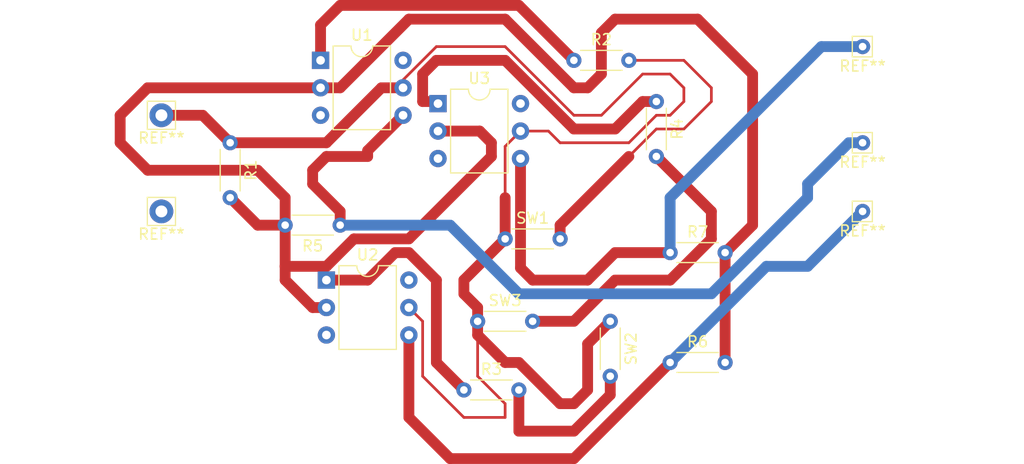
<source format=kicad_pcb>
(kicad_pcb (version 20171130) (host pcbnew "(5.1.4)-1")

  (general
    (thickness 1.6)
    (drawings 0)
    (tracks 141)
    (zones 0)
    (modules 18)
    (nets 18)
  )

  (page A4)
  (layers
    (0 F.Cu signal)
    (31 B.Cu signal)
    (32 B.Adhes user)
    (33 F.Adhes user)
    (34 B.Paste user)
    (35 F.Paste user)
    (36 B.SilkS user)
    (37 F.SilkS user)
    (38 B.Mask user)
    (39 F.Mask user)
    (40 Dwgs.User user)
    (41 Cmts.User user)
    (42 Eco1.User user)
    (43 Eco2.User user)
    (44 Edge.Cuts user)
    (45 Margin user)
    (46 B.CrtYd user)
    (47 F.CrtYd user)
    (48 B.Fab user)
    (49 F.Fab user)
  )

  (setup
    (last_trace_width 0.25)
    (user_trace_width 1)
    (trace_clearance 0.2)
    (zone_clearance 0.508)
    (zone_45_only no)
    (trace_min 0.2)
    (via_size 0.8)
    (via_drill 0.4)
    (via_min_size 0.4)
    (via_min_drill 0.3)
    (uvia_size 0.3)
    (uvia_drill 0.1)
    (uvias_allowed no)
    (uvia_min_size 0.2)
    (uvia_min_drill 0.1)
    (edge_width 0.05)
    (segment_width 0.2)
    (pcb_text_width 0.3)
    (pcb_text_size 1.5 1.5)
    (mod_edge_width 0.12)
    (mod_text_size 1 1)
    (mod_text_width 0.15)
    (pad_size 1.524 1.524)
    (pad_drill 0.762)
    (pad_to_mask_clearance 0.051)
    (solder_mask_min_width 0.25)
    (aux_axis_origin 0 0)
    (visible_elements 7FFFFFFF)
    (pcbplotparams
      (layerselection 0x010fc_ffffffff)
      (usegerberextensions false)
      (usegerberattributes false)
      (usegerberadvancedattributes false)
      (creategerberjobfile false)
      (excludeedgelayer true)
      (linewidth 0.100000)
      (plotframeref false)
      (viasonmask false)
      (mode 1)
      (useauxorigin false)
      (hpglpennumber 1)
      (hpglpenspeed 20)
      (hpglpendiameter 15.000000)
      (psnegative false)
      (psa4output false)
      (plotreference true)
      (plotvalue true)
      (plotinvisibletext false)
      (padsonsilk false)
      (subtractmaskfromsilk false)
      (outputformat 1)
      (mirror false)
      (drillshape 1)
      (scaleselection 1)
      (outputdirectory ""))
  )

  (net 0 "")
  (net 1 Earth)
  (net 2 VDC)
  (net 3 "Net-(R2-Pad2)")
  (net 4 "Net-(R2-Pad1)")
  (net 5 "Net-(R3-Pad2)")
  (net 6 "Net-(R3-Pad1)")
  (net 7 "Net-(R4-Pad2)")
  (net 8 "Net-(R4-Pad1)")
  (net 9 "Net-(R5-Pad1)")
  (net 10 "Net-(R6-Pad1)")
  (net 11 "Net-(R7-Pad1)")
  (net 12 "Net-(U1-Pad6)")
  (net 13 "Net-(U1-Pad3)")
  (net 14 "Net-(U2-Pad6)")
  (net 15 "Net-(U2-Pad3)")
  (net 16 "Net-(U3-Pad6)")
  (net 17 "Net-(U3-Pad3)")

  (net_class Default "Esta es la clase de red por defecto."
    (clearance 0.2)
    (trace_width 0.25)
    (via_dia 0.8)
    (via_drill 0.4)
    (uvia_dia 0.3)
    (uvia_drill 0.1)
    (add_net Earth)
    (add_net "Net-(R2-Pad1)")
    (add_net "Net-(R2-Pad2)")
    (add_net "Net-(R3-Pad1)")
    (add_net "Net-(R3-Pad2)")
    (add_net "Net-(R4-Pad1)")
    (add_net "Net-(R4-Pad2)")
    (add_net "Net-(R5-Pad1)")
    (add_net "Net-(R6-Pad1)")
    (add_net "Net-(R7-Pad1)")
    (add_net "Net-(U1-Pad3)")
    (add_net "Net-(U1-Pad6)")
    (add_net "Net-(U2-Pad3)")
    (add_net "Net-(U2-Pad6)")
    (add_net "Net-(U3-Pad3)")
    (add_net "Net-(U3-Pad6)")
    (add_net VDC)
  )

  (module Connector_Pin:Pin_D0.7mm_L6.5mm_W1.8mm_FlatFork (layer F.Cu) (tedit 5A1DC084) (tstamp 5DA03E0A)
    (at 181.61 92.71)
    (descr "solder Pin_ with flat fork, hole diameter 0.7mm, length 6.5mm, width 1.8mm")
    (tags "solder Pin_ with flat fork")
    (fp_text reference REF** (at 0 1.8) (layer F.SilkS)
      (effects (font (size 1 1) (thickness 0.15)))
    )
    (fp_text value Pin_D0.7mm_L6.5mm_W1.8mm_FlatFork (at 0 -1.8) (layer F.Fab)
      (effects (font (size 1 1) (thickness 0.15)))
    )
    (fp_line (start 1.35 1.2) (end -1.4 1.2) (layer F.CrtYd) (width 0.05))
    (fp_line (start 1.35 1.2) (end 1.35 -1.2) (layer F.CrtYd) (width 0.05))
    (fp_line (start -1.4 -1.2) (end -1.4 1.2) (layer F.CrtYd) (width 0.05))
    (fp_line (start -1.4 -1.2) (end 1.35 -1.2) (layer F.CrtYd) (width 0.05))
    (fp_line (start -0.9 0.25) (end -0.9 -0.25) (layer F.Fab) (width 0.12))
    (fp_line (start 0.85 0.25) (end -0.9 0.25) (layer F.Fab) (width 0.12))
    (fp_line (start 0.85 -0.25) (end 0.85 0.25) (layer F.Fab) (width 0.12))
    (fp_line (start -0.9 -0.25) (end 0.85 -0.25) (layer F.Fab) (width 0.12))
    (fp_line (start 0.9 -0.95) (end -0.95 -0.95) (layer F.SilkS) (width 0.12))
    (fp_line (start 0.9 -0.9) (end 0.9 -0.95) (layer F.SilkS) (width 0.12))
    (fp_line (start 0.9 0.95) (end 0.9 -0.9) (layer F.SilkS) (width 0.12))
    (fp_line (start -0.95 0.95) (end 0.9 0.95) (layer F.SilkS) (width 0.12))
    (fp_line (start -0.95 -0.95) (end -0.95 0.95) (layer F.SilkS) (width 0.12))
    (fp_text user %R (at 0 1.8) (layer F.Fab)
      (effects (font (size 1 1) (thickness 0.15)))
    )
    (pad 1 thru_hole circle (at 0 0) (size 1.4 1.4) (drill 0.7) (layers *.Cu *.Mask))
    (model ${KISYS3DMOD}/Connector_Pin.3dshapes/Pin_D0.7mm_L6.5mm_W1.8mm_FlatFork.wrl
      (at (xyz 0 0 0))
      (scale (xyz 1 1 1))
      (rotate (xyz 0 0 0))
    )
  )

  (module Connector_Pin:Pin_D0.7mm_L6.5mm_W1.8mm_FlatFork (layer F.Cu) (tedit 5A1DC084) (tstamp 5DA03DC1)
    (at 181.61 86.36)
    (descr "solder Pin_ with flat fork, hole diameter 0.7mm, length 6.5mm, width 1.8mm")
    (tags "solder Pin_ with flat fork")
    (fp_text reference REF** (at 0 1.8) (layer F.SilkS)
      (effects (font (size 1 1) (thickness 0.15)))
    )
    (fp_text value Pin_D0.7mm_L6.5mm_W1.8mm_FlatFork (at 0 -1.8) (layer F.Fab)
      (effects (font (size 1 1) (thickness 0.15)))
    )
    (fp_line (start 1.35 1.2) (end -1.4 1.2) (layer F.CrtYd) (width 0.05))
    (fp_line (start 1.35 1.2) (end 1.35 -1.2) (layer F.CrtYd) (width 0.05))
    (fp_line (start -1.4 -1.2) (end -1.4 1.2) (layer F.CrtYd) (width 0.05))
    (fp_line (start -1.4 -1.2) (end 1.35 -1.2) (layer F.CrtYd) (width 0.05))
    (fp_line (start -0.9 0.25) (end -0.9 -0.25) (layer F.Fab) (width 0.12))
    (fp_line (start 0.85 0.25) (end -0.9 0.25) (layer F.Fab) (width 0.12))
    (fp_line (start 0.85 -0.25) (end 0.85 0.25) (layer F.Fab) (width 0.12))
    (fp_line (start -0.9 -0.25) (end 0.85 -0.25) (layer F.Fab) (width 0.12))
    (fp_line (start 0.9 -0.95) (end -0.95 -0.95) (layer F.SilkS) (width 0.12))
    (fp_line (start 0.9 -0.9) (end 0.9 -0.95) (layer F.SilkS) (width 0.12))
    (fp_line (start 0.9 0.95) (end 0.9 -0.9) (layer F.SilkS) (width 0.12))
    (fp_line (start -0.95 0.95) (end 0.9 0.95) (layer F.SilkS) (width 0.12))
    (fp_line (start -0.95 -0.95) (end -0.95 0.95) (layer F.SilkS) (width 0.12))
    (fp_text user %R (at 0 1.8) (layer F.Fab)
      (effects (font (size 1 1) (thickness 0.15)))
    )
    (pad 1 thru_hole circle (at 0 0) (size 1.4 1.4) (drill 0.7) (layers *.Cu *.Mask))
    (model ${KISYS3DMOD}/Connector_Pin.3dshapes/Pin_D0.7mm_L6.5mm_W1.8mm_FlatFork.wrl
      (at (xyz 0 0 0))
      (scale (xyz 1 1 1))
      (rotate (xyz 0 0 0))
    )
  )

  (module Connector_Pin:Pin_D0.7mm_L6.5mm_W1.8mm_FlatFork (layer F.Cu) (tedit 5A1DC084) (tstamp 5DA03D78)
    (at 181.61 77.47)
    (descr "solder Pin_ with flat fork, hole diameter 0.7mm, length 6.5mm, width 1.8mm")
    (tags "solder Pin_ with flat fork")
    (fp_text reference REF** (at 0 1.8) (layer F.SilkS)
      (effects (font (size 1 1) (thickness 0.15)))
    )
    (fp_text value Pin_D0.7mm_L6.5mm_W1.8mm_FlatFork (at 0 -1.8) (layer F.Fab)
      (effects (font (size 1 1) (thickness 0.15)))
    )
    (fp_line (start 1.35 1.2) (end -1.4 1.2) (layer F.CrtYd) (width 0.05))
    (fp_line (start 1.35 1.2) (end 1.35 -1.2) (layer F.CrtYd) (width 0.05))
    (fp_line (start -1.4 -1.2) (end -1.4 1.2) (layer F.CrtYd) (width 0.05))
    (fp_line (start -1.4 -1.2) (end 1.35 -1.2) (layer F.CrtYd) (width 0.05))
    (fp_line (start -0.9 0.25) (end -0.9 -0.25) (layer F.Fab) (width 0.12))
    (fp_line (start 0.85 0.25) (end -0.9 0.25) (layer F.Fab) (width 0.12))
    (fp_line (start 0.85 -0.25) (end 0.85 0.25) (layer F.Fab) (width 0.12))
    (fp_line (start -0.9 -0.25) (end 0.85 -0.25) (layer F.Fab) (width 0.12))
    (fp_line (start 0.9 -0.95) (end -0.95 -0.95) (layer F.SilkS) (width 0.12))
    (fp_line (start 0.9 -0.9) (end 0.9 -0.95) (layer F.SilkS) (width 0.12))
    (fp_line (start 0.9 0.95) (end 0.9 -0.9) (layer F.SilkS) (width 0.12))
    (fp_line (start -0.95 0.95) (end 0.9 0.95) (layer F.SilkS) (width 0.12))
    (fp_line (start -0.95 -0.95) (end -0.95 0.95) (layer F.SilkS) (width 0.12))
    (fp_text user %R (at 0 1.8) (layer F.Fab)
      (effects (font (size 1 1) (thickness 0.15)))
    )
    (pad 1 thru_hole circle (at 0 0) (size 1.4 1.4) (drill 0.7) (layers *.Cu *.Mask))
    (model ${KISYS3DMOD}/Connector_Pin.3dshapes/Pin_D0.7mm_L6.5mm_W1.8mm_FlatFork.wrl
      (at (xyz 0 0 0))
      (scale (xyz 1 1 1))
      (rotate (xyz 0 0 0))
    )
  )

  (module Connector_Pin:Pin_D1.1mm_L8.5mm_W2.5mm_FlatFork (layer F.Cu) (tedit 5A1DC085) (tstamp 5DA03CB9)
    (at 116.84 92.71)
    (descr "solder Pin_ with flat fork, hole diameter 1.1mm, length 8.5mm, width 2.5mm")
    (tags "solder Pin_ with flat fork")
    (fp_text reference REF** (at 0 2.1) (layer F.SilkS)
      (effects (font (size 1 1) (thickness 0.15)))
    )
    (fp_text value Pin_D1.1mm_L8.5mm_W2.5mm_FlatFork (at 0 -2.05) (layer F.Fab)
      (effects (font (size 1 1) (thickness 0.15)))
    )
    (fp_line (start 1.75 1.6) (end -1.75 1.6) (layer F.CrtYd) (width 0.05))
    (fp_line (start 1.75 1.6) (end 1.75 -1.6) (layer F.CrtYd) (width 0.05))
    (fp_line (start -1.75 -1.6) (end -1.75 1.6) (layer F.CrtYd) (width 0.05))
    (fp_line (start -1.75 -1.6) (end 1.75 -1.6) (layer F.CrtYd) (width 0.05))
    (fp_line (start 1.25 -0.25) (end -1.25 -0.25) (layer F.Fab) (width 0.12))
    (fp_line (start 1.25 0.25) (end 1.25 -0.25) (layer F.Fab) (width 0.12))
    (fp_line (start -1.25 0.25) (end 1.25 0.25) (layer F.Fab) (width 0.12))
    (fp_line (start -1.25 -0.25) (end -1.25 0.25) (layer F.Fab) (width 0.12))
    (fp_line (start -1.3 1.3) (end 1.3 1.3) (layer F.SilkS) (width 0.12))
    (fp_line (start 1.3 -1.3) (end 1.3 1.3) (layer F.SilkS) (width 0.12))
    (fp_line (start -1.3 -1.3) (end 1.3 -1.3) (layer F.SilkS) (width 0.12))
    (fp_line (start -1.3 1.3) (end -1.3 -1.3) (layer F.SilkS) (width 0.12))
    (fp_text user %R (at 0 2.1) (layer F.Fab)
      (effects (font (size 1 1) (thickness 0.15)))
    )
    (pad 1 thru_hole circle (at 0 0) (size 2.2 2.2) (drill 1.1) (layers *.Cu *.Mask))
    (model ${KISYS3DMOD}/Connector_Pin.3dshapes/Pin_D1.1mm_L8.5mm_W2.5mm_FlatFork.wrl
      (at (xyz 0 0 0))
      (scale (xyz 1 1 1))
      (rotate (xyz 0 0 0))
    )
  )

  (module Connector_Pin:Pin_D1.1mm_L8.5mm_W2.5mm_FlatFork (layer F.Cu) (tedit 5A1DC085) (tstamp 5DA03C74)
    (at 116.84 83.82)
    (descr "solder Pin_ with flat fork, hole diameter 1.1mm, length 8.5mm, width 2.5mm")
    (tags "solder Pin_ with flat fork")
    (fp_text reference REF** (at 0 2.1) (layer F.SilkS)
      (effects (font (size 1 1) (thickness 0.15)))
    )
    (fp_text value Pin_D1.1mm_L8.5mm_W2.5mm_FlatFork (at 0 -2.05) (layer F.Fab)
      (effects (font (size 1 1) (thickness 0.15)))
    )
    (fp_line (start 1.75 1.6) (end -1.75 1.6) (layer F.CrtYd) (width 0.05))
    (fp_line (start 1.75 1.6) (end 1.75 -1.6) (layer F.CrtYd) (width 0.05))
    (fp_line (start -1.75 -1.6) (end -1.75 1.6) (layer F.CrtYd) (width 0.05))
    (fp_line (start -1.75 -1.6) (end 1.75 -1.6) (layer F.CrtYd) (width 0.05))
    (fp_line (start 1.25 -0.25) (end -1.25 -0.25) (layer F.Fab) (width 0.12))
    (fp_line (start 1.25 0.25) (end 1.25 -0.25) (layer F.Fab) (width 0.12))
    (fp_line (start -1.25 0.25) (end 1.25 0.25) (layer F.Fab) (width 0.12))
    (fp_line (start -1.25 -0.25) (end -1.25 0.25) (layer F.Fab) (width 0.12))
    (fp_line (start -1.3 1.3) (end 1.3 1.3) (layer F.SilkS) (width 0.12))
    (fp_line (start 1.3 -1.3) (end 1.3 1.3) (layer F.SilkS) (width 0.12))
    (fp_line (start -1.3 -1.3) (end 1.3 -1.3) (layer F.SilkS) (width 0.12))
    (fp_line (start -1.3 1.3) (end -1.3 -1.3) (layer F.SilkS) (width 0.12))
    (fp_text user %R (at 0 2.1) (layer F.Fab)
      (effects (font (size 1 1) (thickness 0.15)))
    )
    (pad 1 thru_hole circle (at 0 0) (size 2.2 2.2) (drill 1.1) (layers *.Cu *.Mask))
    (model ${KISYS3DMOD}/Connector_Pin.3dshapes/Pin_D1.1mm_L8.5mm_W2.5mm_FlatFork.wrl
      (at (xyz 0 0 0))
      (scale (xyz 1 1 1))
      (rotate (xyz 0 0 0))
    )
  )

  (module Package_DIP:DIP-6_W7.62mm (layer F.Cu) (tedit 5A02E8C5) (tstamp 5DA03A93)
    (at 142.39 82.74)
    (descr "6-lead though-hole mounted DIP package, row spacing 7.62 mm (300 mils)")
    (tags "THT DIP DIL PDIP 2.54mm 7.62mm 300mil")
    (path /5DA025DA)
    (fp_text reference U3 (at 3.81 -2.33) (layer F.SilkS)
      (effects (font (size 1 1) (thickness 0.15)))
    )
    (fp_text value 4N25 (at 3.81 7.41) (layer F.Fab)
      (effects (font (size 1 1) (thickness 0.15)))
    )
    (fp_text user %R (at 3.81 2.54) (layer F.Fab)
      (effects (font (size 1 1) (thickness 0.15)))
    )
    (fp_line (start 8.7 -1.55) (end -1.1 -1.55) (layer F.CrtYd) (width 0.05))
    (fp_line (start 8.7 6.6) (end 8.7 -1.55) (layer F.CrtYd) (width 0.05))
    (fp_line (start -1.1 6.6) (end 8.7 6.6) (layer F.CrtYd) (width 0.05))
    (fp_line (start -1.1 -1.55) (end -1.1 6.6) (layer F.CrtYd) (width 0.05))
    (fp_line (start 6.46 -1.33) (end 4.81 -1.33) (layer F.SilkS) (width 0.12))
    (fp_line (start 6.46 6.41) (end 6.46 -1.33) (layer F.SilkS) (width 0.12))
    (fp_line (start 1.16 6.41) (end 6.46 6.41) (layer F.SilkS) (width 0.12))
    (fp_line (start 1.16 -1.33) (end 1.16 6.41) (layer F.SilkS) (width 0.12))
    (fp_line (start 2.81 -1.33) (end 1.16 -1.33) (layer F.SilkS) (width 0.12))
    (fp_line (start 0.635 -0.27) (end 1.635 -1.27) (layer F.Fab) (width 0.1))
    (fp_line (start 0.635 6.35) (end 0.635 -0.27) (layer F.Fab) (width 0.1))
    (fp_line (start 6.985 6.35) (end 0.635 6.35) (layer F.Fab) (width 0.1))
    (fp_line (start 6.985 -1.27) (end 6.985 6.35) (layer F.Fab) (width 0.1))
    (fp_line (start 1.635 -1.27) (end 6.985 -1.27) (layer F.Fab) (width 0.1))
    (fp_arc (start 3.81 -1.33) (end 2.81 -1.33) (angle -180) (layer F.SilkS) (width 0.12))
    (pad 6 thru_hole oval (at 7.62 0) (size 1.6 1.6) (drill 0.8) (layers *.Cu *.Mask)
      (net 16 "Net-(U3-Pad6)"))
    (pad 3 thru_hole oval (at 0 5.08) (size 1.6 1.6) (drill 0.8) (layers *.Cu *.Mask)
      (net 17 "Net-(U3-Pad3)"))
    (pad 5 thru_hole oval (at 7.62 2.54) (size 1.6 1.6) (drill 0.8) (layers *.Cu *.Mask)
      (net 2 VDC))
    (pad 2 thru_hole oval (at 0 2.54) (size 1.6 1.6) (drill 0.8) (layers *.Cu *.Mask)
      (net 1 Earth))
    (pad 4 thru_hole oval (at 7.62 5.08) (size 1.6 1.6) (drill 0.8) (layers *.Cu *.Mask)
      (net 11 "Net-(R7-Pad1)"))
    (pad 1 thru_hole rect (at 0 0) (size 1.6 1.6) (drill 0.8) (layers *.Cu *.Mask)
      (net 8 "Net-(R4-Pad1)"))
    (model ${KISYS3DMOD}/Package_DIP.3dshapes/DIP-6_W7.62mm.wrl
      (at (xyz 0 0 0))
      (scale (xyz 1 1 1))
      (rotate (xyz 0 0 0))
    )
  )

  (module Package_DIP:DIP-6_W7.62mm (layer F.Cu) (tedit 5A02E8C5) (tstamp 5DA03A79)
    (at 132.08 99.06)
    (descr "6-lead though-hole mounted DIP package, row spacing 7.62 mm (300 mils)")
    (tags "THT DIP DIL PDIP 2.54mm 7.62mm 300mil")
    (path /5DA02168)
    (fp_text reference U2 (at 3.81 -2.33) (layer F.SilkS)
      (effects (font (size 1 1) (thickness 0.15)))
    )
    (fp_text value 4N25 (at 3.81 7.41) (layer F.Fab)
      (effects (font (size 1 1) (thickness 0.15)))
    )
    (fp_text user %R (at 3.81 2.54) (layer F.Fab)
      (effects (font (size 1 1) (thickness 0.15)))
    )
    (fp_line (start 8.7 -1.55) (end -1.1 -1.55) (layer F.CrtYd) (width 0.05))
    (fp_line (start 8.7 6.6) (end 8.7 -1.55) (layer F.CrtYd) (width 0.05))
    (fp_line (start -1.1 6.6) (end 8.7 6.6) (layer F.CrtYd) (width 0.05))
    (fp_line (start -1.1 -1.55) (end -1.1 6.6) (layer F.CrtYd) (width 0.05))
    (fp_line (start 6.46 -1.33) (end 4.81 -1.33) (layer F.SilkS) (width 0.12))
    (fp_line (start 6.46 6.41) (end 6.46 -1.33) (layer F.SilkS) (width 0.12))
    (fp_line (start 1.16 6.41) (end 6.46 6.41) (layer F.SilkS) (width 0.12))
    (fp_line (start 1.16 -1.33) (end 1.16 6.41) (layer F.SilkS) (width 0.12))
    (fp_line (start 2.81 -1.33) (end 1.16 -1.33) (layer F.SilkS) (width 0.12))
    (fp_line (start 0.635 -0.27) (end 1.635 -1.27) (layer F.Fab) (width 0.1))
    (fp_line (start 0.635 6.35) (end 0.635 -0.27) (layer F.Fab) (width 0.1))
    (fp_line (start 6.985 6.35) (end 0.635 6.35) (layer F.Fab) (width 0.1))
    (fp_line (start 6.985 -1.27) (end 6.985 6.35) (layer F.Fab) (width 0.1))
    (fp_line (start 1.635 -1.27) (end 6.985 -1.27) (layer F.Fab) (width 0.1))
    (fp_arc (start 3.81 -1.33) (end 2.81 -1.33) (angle -180) (layer F.SilkS) (width 0.12))
    (pad 6 thru_hole oval (at 7.62 0) (size 1.6 1.6) (drill 0.8) (layers *.Cu *.Mask)
      (net 14 "Net-(U2-Pad6)"))
    (pad 3 thru_hole oval (at 0 5.08) (size 1.6 1.6) (drill 0.8) (layers *.Cu *.Mask)
      (net 15 "Net-(U2-Pad3)"))
    (pad 5 thru_hole oval (at 7.62 2.54) (size 1.6 1.6) (drill 0.8) (layers *.Cu *.Mask)
      (net 2 VDC))
    (pad 2 thru_hole oval (at 0 2.54) (size 1.6 1.6) (drill 0.8) (layers *.Cu *.Mask)
      (net 1 Earth))
    (pad 4 thru_hole oval (at 7.62 5.08) (size 1.6 1.6) (drill 0.8) (layers *.Cu *.Mask)
      (net 10 "Net-(R6-Pad1)"))
    (pad 1 thru_hole rect (at 0 0) (size 1.6 1.6) (drill 0.8) (layers *.Cu *.Mask)
      (net 6 "Net-(R3-Pad1)"))
    (model ${KISYS3DMOD}/Package_DIP.3dshapes/DIP-6_W7.62mm.wrl
      (at (xyz 0 0 0))
      (scale (xyz 1 1 1))
      (rotate (xyz 0 0 0))
    )
  )

  (module Package_DIP:DIP-6_W7.62mm (layer F.Cu) (tedit 5A02E8C5) (tstamp 5DA03A5F)
    (at 131.54 78.74)
    (descr "6-lead though-hole mounted DIP package, row spacing 7.62 mm (300 mils)")
    (tags "THT DIP DIL PDIP 2.54mm 7.62mm 300mil")
    (path /5DA01BE0)
    (fp_text reference U1 (at 3.81 -2.33) (layer F.SilkS)
      (effects (font (size 1 1) (thickness 0.15)))
    )
    (fp_text value 4N25 (at 3.81 7.41) (layer F.Fab)
      (effects (font (size 1 1) (thickness 0.15)))
    )
    (fp_text user %R (at 3.81 2.54) (layer F.Fab)
      (effects (font (size 1 1) (thickness 0.15)))
    )
    (fp_line (start 8.7 -1.55) (end -1.1 -1.55) (layer F.CrtYd) (width 0.05))
    (fp_line (start 8.7 6.6) (end 8.7 -1.55) (layer F.CrtYd) (width 0.05))
    (fp_line (start -1.1 6.6) (end 8.7 6.6) (layer F.CrtYd) (width 0.05))
    (fp_line (start -1.1 -1.55) (end -1.1 6.6) (layer F.CrtYd) (width 0.05))
    (fp_line (start 6.46 -1.33) (end 4.81 -1.33) (layer F.SilkS) (width 0.12))
    (fp_line (start 6.46 6.41) (end 6.46 -1.33) (layer F.SilkS) (width 0.12))
    (fp_line (start 1.16 6.41) (end 6.46 6.41) (layer F.SilkS) (width 0.12))
    (fp_line (start 1.16 -1.33) (end 1.16 6.41) (layer F.SilkS) (width 0.12))
    (fp_line (start 2.81 -1.33) (end 1.16 -1.33) (layer F.SilkS) (width 0.12))
    (fp_line (start 0.635 -0.27) (end 1.635 -1.27) (layer F.Fab) (width 0.1))
    (fp_line (start 0.635 6.35) (end 0.635 -0.27) (layer F.Fab) (width 0.1))
    (fp_line (start 6.985 6.35) (end 0.635 6.35) (layer F.Fab) (width 0.1))
    (fp_line (start 6.985 -1.27) (end 6.985 6.35) (layer F.Fab) (width 0.1))
    (fp_line (start 1.635 -1.27) (end 6.985 -1.27) (layer F.Fab) (width 0.1))
    (fp_arc (start 3.81 -1.33) (end 2.81 -1.33) (angle -180) (layer F.SilkS) (width 0.12))
    (pad 6 thru_hole oval (at 7.62 0) (size 1.6 1.6) (drill 0.8) (layers *.Cu *.Mask)
      (net 12 "Net-(U1-Pad6)"))
    (pad 3 thru_hole oval (at 0 5.08) (size 1.6 1.6) (drill 0.8) (layers *.Cu *.Mask)
      (net 13 "Net-(U1-Pad3)"))
    (pad 5 thru_hole oval (at 7.62 2.54) (size 1.6 1.6) (drill 0.8) (layers *.Cu *.Mask)
      (net 2 VDC))
    (pad 2 thru_hole oval (at 0 2.54) (size 1.6 1.6) (drill 0.8) (layers *.Cu *.Mask)
      (net 1 Earth))
    (pad 4 thru_hole oval (at 7.62 5.08) (size 1.6 1.6) (drill 0.8) (layers *.Cu *.Mask)
      (net 9 "Net-(R5-Pad1)"))
    (pad 1 thru_hole rect (at 0 0) (size 1.6 1.6) (drill 0.8) (layers *.Cu *.Mask)
      (net 4 "Net-(R2-Pad1)"))
    (model ${KISYS3DMOD}/Package_DIP.3dshapes/DIP-6_W7.62mm.wrl
      (at (xyz 0 0 0))
      (scale (xyz 1 1 1))
      (rotate (xyz 0 0 0))
    )
  )

  (module Resistor_THT:R_Axial_DIN0204_L3.6mm_D1.6mm_P5.08mm_Horizontal (layer F.Cu) (tedit 5AE5139B) (tstamp 5DA03A45)
    (at 146.05 102.87)
    (descr "Resistor, Axial_DIN0204 series, Axial, Horizontal, pin pitch=5.08mm, 0.167W, length*diameter=3.6*1.6mm^2, http://cdn-reichelt.de/documents/datenblatt/B400/1_4W%23YAG.pdf")
    (tags "Resistor Axial_DIN0204 series Axial Horizontal pin pitch 5.08mm 0.167W length 3.6mm diameter 1.6mm")
    (path /5DA0179C)
    (fp_text reference SW3 (at 2.54 -1.92) (layer F.SilkS)
      (effects (font (size 1 1) (thickness 0.15)))
    )
    (fp_text value SW_Push (at 2.54 1.92) (layer F.Fab)
      (effects (font (size 1 1) (thickness 0.15)))
    )
    (fp_text user %R (at 2.54 0.05) (layer F.Fab)
      (effects (font (size 0.72 0.72) (thickness 0.108)))
    )
    (fp_line (start 6.03 -1.05) (end -0.95 -1.05) (layer F.CrtYd) (width 0.05))
    (fp_line (start 6.03 1.05) (end 6.03 -1.05) (layer F.CrtYd) (width 0.05))
    (fp_line (start -0.95 1.05) (end 6.03 1.05) (layer F.CrtYd) (width 0.05))
    (fp_line (start -0.95 -1.05) (end -0.95 1.05) (layer F.CrtYd) (width 0.05))
    (fp_line (start 0.62 0.92) (end 4.46 0.92) (layer F.SilkS) (width 0.12))
    (fp_line (start 0.62 -0.92) (end 4.46 -0.92) (layer F.SilkS) (width 0.12))
    (fp_line (start 5.08 0) (end 4.34 0) (layer F.Fab) (width 0.1))
    (fp_line (start 0 0) (end 0.74 0) (layer F.Fab) (width 0.1))
    (fp_line (start 4.34 -0.8) (end 0.74 -0.8) (layer F.Fab) (width 0.1))
    (fp_line (start 4.34 0.8) (end 4.34 -0.8) (layer F.Fab) (width 0.1))
    (fp_line (start 0.74 0.8) (end 4.34 0.8) (layer F.Fab) (width 0.1))
    (fp_line (start 0.74 -0.8) (end 0.74 0.8) (layer F.Fab) (width 0.1))
    (pad 2 thru_hole oval (at 5.08 0) (size 1.4 1.4) (drill 0.7) (layers *.Cu *.Mask)
      (net 7 "Net-(R4-Pad2)"))
    (pad 1 thru_hole circle (at 0 0) (size 1.4 1.4) (drill 0.7) (layers *.Cu *.Mask)
      (net 2 VDC))
    (model ${KISYS3DMOD}/Resistor_THT.3dshapes/R_Axial_DIN0204_L3.6mm_D1.6mm_P5.08mm_Horizontal.wrl
      (at (xyz 0 0 0))
      (scale (xyz 1 1 1))
      (rotate (xyz 0 0 0))
    )
  )

  (module Resistor_THT:R_Axial_DIN0204_L3.6mm_D1.6mm_P5.08mm_Horizontal (layer F.Cu) (tedit 5AE5139B) (tstamp 5DA03A32)
    (at 158.3 102.87 270)
    (descr "Resistor, Axial_DIN0204 series, Axial, Horizontal, pin pitch=5.08mm, 0.167W, length*diameter=3.6*1.6mm^2, http://cdn-reichelt.de/documents/datenblatt/B400/1_4W%23YAG.pdf")
    (tags "Resistor Axial_DIN0204 series Axial Horizontal pin pitch 5.08mm 0.167W length 3.6mm diameter 1.6mm")
    (path /5DA015CA)
    (fp_text reference SW2 (at 2.54 -1.92 90) (layer F.SilkS)
      (effects (font (size 1 1) (thickness 0.15)))
    )
    (fp_text value SW_Push (at 2.54 1.92 90) (layer F.Fab)
      (effects (font (size 1 1) (thickness 0.15)))
    )
    (fp_text user %R (at 2.54 0 90) (layer F.Fab)
      (effects (font (size 0.72 0.72) (thickness 0.108)))
    )
    (fp_line (start 6.03 -1.05) (end -0.95 -1.05) (layer F.CrtYd) (width 0.05))
    (fp_line (start 6.03 1.05) (end 6.03 -1.05) (layer F.CrtYd) (width 0.05))
    (fp_line (start -0.95 1.05) (end 6.03 1.05) (layer F.CrtYd) (width 0.05))
    (fp_line (start -0.95 -1.05) (end -0.95 1.05) (layer F.CrtYd) (width 0.05))
    (fp_line (start 0.62 0.92) (end 4.46 0.92) (layer F.SilkS) (width 0.12))
    (fp_line (start 0.62 -0.92) (end 4.46 -0.92) (layer F.SilkS) (width 0.12))
    (fp_line (start 5.08 0) (end 4.34 0) (layer F.Fab) (width 0.1))
    (fp_line (start 0 0) (end 0.74 0) (layer F.Fab) (width 0.1))
    (fp_line (start 4.34 -0.8) (end 0.74 -0.8) (layer F.Fab) (width 0.1))
    (fp_line (start 4.34 0.8) (end 4.34 -0.8) (layer F.Fab) (width 0.1))
    (fp_line (start 0.74 0.8) (end 4.34 0.8) (layer F.Fab) (width 0.1))
    (fp_line (start 0.74 -0.8) (end 0.74 0.8) (layer F.Fab) (width 0.1))
    (pad 2 thru_hole oval (at 5.08 0 270) (size 1.4 1.4) (drill 0.7) (layers *.Cu *.Mask)
      (net 5 "Net-(R3-Pad2)"))
    (pad 1 thru_hole circle (at 0 0 270) (size 1.4 1.4) (drill 0.7) (layers *.Cu *.Mask)
      (net 2 VDC))
    (model ${KISYS3DMOD}/Resistor_THT.3dshapes/R_Axial_DIN0204_L3.6mm_D1.6mm_P5.08mm_Horizontal.wrl
      (at (xyz 0 0 0))
      (scale (xyz 1 1 1))
      (rotate (xyz 0 0 0))
    )
  )

  (module Resistor_THT:R_Axial_DIN0204_L3.6mm_D1.6mm_P5.08mm_Horizontal (layer F.Cu) (tedit 5AE5139B) (tstamp 5DA03A1F)
    (at 148.59 95.25)
    (descr "Resistor, Axial_DIN0204 series, Axial, Horizontal, pin pitch=5.08mm, 0.167W, length*diameter=3.6*1.6mm^2, http://cdn-reichelt.de/documents/datenblatt/B400/1_4W%23YAG.pdf")
    (tags "Resistor Axial_DIN0204 series Axial Horizontal pin pitch 5.08mm 0.167W length 3.6mm diameter 1.6mm")
    (path /5DA01302)
    (fp_text reference SW1 (at 2.54 -1.92) (layer F.SilkS)
      (effects (font (size 1 1) (thickness 0.15)))
    )
    (fp_text value SW_Push (at 2.54 1.92) (layer F.Fab)
      (effects (font (size 1 1) (thickness 0.15)))
    )
    (fp_text user %R (at 2.54 0) (layer F.Fab)
      (effects (font (size 0.72 0.72) (thickness 0.108)))
    )
    (fp_line (start 6.03 -1.05) (end -0.95 -1.05) (layer F.CrtYd) (width 0.05))
    (fp_line (start 6.03 1.05) (end 6.03 -1.05) (layer F.CrtYd) (width 0.05))
    (fp_line (start -0.95 1.05) (end 6.03 1.05) (layer F.CrtYd) (width 0.05))
    (fp_line (start -0.95 -1.05) (end -0.95 1.05) (layer F.CrtYd) (width 0.05))
    (fp_line (start 0.62 0.92) (end 4.46 0.92) (layer F.SilkS) (width 0.12))
    (fp_line (start 0.62 -0.92) (end 4.46 -0.92) (layer F.SilkS) (width 0.12))
    (fp_line (start 5.08 0) (end 4.34 0) (layer F.Fab) (width 0.1))
    (fp_line (start 0 0) (end 0.74 0) (layer F.Fab) (width 0.1))
    (fp_line (start 4.34 -0.8) (end 0.74 -0.8) (layer F.Fab) (width 0.1))
    (fp_line (start 4.34 0.8) (end 4.34 -0.8) (layer F.Fab) (width 0.1))
    (fp_line (start 0.74 0.8) (end 4.34 0.8) (layer F.Fab) (width 0.1))
    (fp_line (start 0.74 -0.8) (end 0.74 0.8) (layer F.Fab) (width 0.1))
    (pad 2 thru_hole oval (at 5.08 0) (size 1.4 1.4) (drill 0.7) (layers *.Cu *.Mask)
      (net 3 "Net-(R2-Pad2)"))
    (pad 1 thru_hole circle (at 0 0) (size 1.4 1.4) (drill 0.7) (layers *.Cu *.Mask)
      (net 2 VDC))
    (model ${KISYS3DMOD}/Resistor_THT.3dshapes/R_Axial_DIN0204_L3.6mm_D1.6mm_P5.08mm_Horizontal.wrl
      (at (xyz 0 0 0))
      (scale (xyz 1 1 1))
      (rotate (xyz 0 0 0))
    )
  )

  (module Resistor_THT:R_Axial_DIN0204_L3.6mm_D1.6mm_P5.08mm_Horizontal (layer F.Cu) (tedit 5AE5139B) (tstamp 5DA03A0C)
    (at 163.83 96.52)
    (descr "Resistor, Axial_DIN0204 series, Axial, Horizontal, pin pitch=5.08mm, 0.167W, length*diameter=3.6*1.6mm^2, http://cdn-reichelt.de/documents/datenblatt/B400/1_4W%23YAG.pdf")
    (tags "Resistor Axial_DIN0204 series Axial Horizontal pin pitch 5.08mm 0.167W length 3.6mm diameter 1.6mm")
    (path /5DA00F17)
    (fp_text reference R7 (at 2.54 -1.92) (layer F.SilkS)
      (effects (font (size 1 1) (thickness 0.15)))
    )
    (fp_text value R (at 2.54 1.92) (layer F.Fab)
      (effects (font (size 1 1) (thickness 0.15)))
    )
    (fp_text user %R (at 2.54 0) (layer F.Fab)
      (effects (font (size 0.72 0.72) (thickness 0.108)))
    )
    (fp_line (start 6.03 -1.05) (end -0.95 -1.05) (layer F.CrtYd) (width 0.05))
    (fp_line (start 6.03 1.05) (end 6.03 -1.05) (layer F.CrtYd) (width 0.05))
    (fp_line (start -0.95 1.05) (end 6.03 1.05) (layer F.CrtYd) (width 0.05))
    (fp_line (start -0.95 -1.05) (end -0.95 1.05) (layer F.CrtYd) (width 0.05))
    (fp_line (start 0.62 0.92) (end 4.46 0.92) (layer F.SilkS) (width 0.12))
    (fp_line (start 0.62 -0.92) (end 4.46 -0.92) (layer F.SilkS) (width 0.12))
    (fp_line (start 5.08 0) (end 4.34 0) (layer F.Fab) (width 0.1))
    (fp_line (start 0 0) (end 0.74 0) (layer F.Fab) (width 0.1))
    (fp_line (start 4.34 -0.8) (end 0.74 -0.8) (layer F.Fab) (width 0.1))
    (fp_line (start 4.34 0.8) (end 4.34 -0.8) (layer F.Fab) (width 0.1))
    (fp_line (start 0.74 0.8) (end 4.34 0.8) (layer F.Fab) (width 0.1))
    (fp_line (start 0.74 -0.8) (end 0.74 0.8) (layer F.Fab) (width 0.1))
    (pad 2 thru_hole oval (at 5.08 0) (size 1.4 1.4) (drill 0.7) (layers *.Cu *.Mask)
      (net 1 Earth))
    (pad 1 thru_hole circle (at 0 0) (size 1.4 1.4) (drill 0.7) (layers *.Cu *.Mask)
      (net 11 "Net-(R7-Pad1)"))
    (model ${KISYS3DMOD}/Resistor_THT.3dshapes/R_Axial_DIN0204_L3.6mm_D1.6mm_P5.08mm_Horizontal.wrl
      (at (xyz 0 0 0))
      (scale (xyz 1 1 1))
      (rotate (xyz 0 0 0))
    )
  )

  (module Resistor_THT:R_Axial_DIN0204_L3.6mm_D1.6mm_P5.08mm_Horizontal (layer F.Cu) (tedit 5AE5139B) (tstamp 5DA039F9)
    (at 163.83 106.68)
    (descr "Resistor, Axial_DIN0204 series, Axial, Horizontal, pin pitch=5.08mm, 0.167W, length*diameter=3.6*1.6mm^2, http://cdn-reichelt.de/documents/datenblatt/B400/1_4W%23YAG.pdf")
    (tags "Resistor Axial_DIN0204 series Axial Horizontal pin pitch 5.08mm 0.167W length 3.6mm diameter 1.6mm")
    (path /5DA00FF4)
    (fp_text reference R6 (at 2.54 -1.92) (layer F.SilkS)
      (effects (font (size 1 1) (thickness 0.15)))
    )
    (fp_text value R (at 2.54 1.92) (layer F.Fab)
      (effects (font (size 1 1) (thickness 0.15)))
    )
    (fp_text user %R (at 2.54 0) (layer F.Fab)
      (effects (font (size 0.72 0.72) (thickness 0.108)))
    )
    (fp_line (start 6.03 -1.05) (end -0.95 -1.05) (layer F.CrtYd) (width 0.05))
    (fp_line (start 6.03 1.05) (end 6.03 -1.05) (layer F.CrtYd) (width 0.05))
    (fp_line (start -0.95 1.05) (end 6.03 1.05) (layer F.CrtYd) (width 0.05))
    (fp_line (start -0.95 -1.05) (end -0.95 1.05) (layer F.CrtYd) (width 0.05))
    (fp_line (start 0.62 0.92) (end 4.46 0.92) (layer F.SilkS) (width 0.12))
    (fp_line (start 0.62 -0.92) (end 4.46 -0.92) (layer F.SilkS) (width 0.12))
    (fp_line (start 5.08 0) (end 4.34 0) (layer F.Fab) (width 0.1))
    (fp_line (start 0 0) (end 0.74 0) (layer F.Fab) (width 0.1))
    (fp_line (start 4.34 -0.8) (end 0.74 -0.8) (layer F.Fab) (width 0.1))
    (fp_line (start 4.34 0.8) (end 4.34 -0.8) (layer F.Fab) (width 0.1))
    (fp_line (start 0.74 0.8) (end 4.34 0.8) (layer F.Fab) (width 0.1))
    (fp_line (start 0.74 -0.8) (end 0.74 0.8) (layer F.Fab) (width 0.1))
    (pad 2 thru_hole oval (at 5.08 0) (size 1.4 1.4) (drill 0.7) (layers *.Cu *.Mask)
      (net 1 Earth))
    (pad 1 thru_hole circle (at 0 0) (size 1.4 1.4) (drill 0.7) (layers *.Cu *.Mask)
      (net 10 "Net-(R6-Pad1)"))
    (model ${KISYS3DMOD}/Resistor_THT.3dshapes/R_Axial_DIN0204_L3.6mm_D1.6mm_P5.08mm_Horizontal.wrl
      (at (xyz 0 0 0))
      (scale (xyz 1 1 1))
      (rotate (xyz 0 0 0))
    )
  )

  (module Resistor_THT:R_Axial_DIN0204_L3.6mm_D1.6mm_P5.08mm_Horizontal (layer F.Cu) (tedit 5AE5139B) (tstamp 5DA039E6)
    (at 133.35 93.98 180)
    (descr "Resistor, Axial_DIN0204 series, Axial, Horizontal, pin pitch=5.08mm, 0.167W, length*diameter=3.6*1.6mm^2, http://cdn-reichelt.de/documents/datenblatt/B400/1_4W%23YAG.pdf")
    (tags "Resistor Axial_DIN0204 series Axial Horizontal pin pitch 5.08mm 0.167W length 3.6mm diameter 1.6mm")
    (path /5DA010F1)
    (fp_text reference R5 (at 2.54 -1.92) (layer F.SilkS)
      (effects (font (size 1 1) (thickness 0.15)))
    )
    (fp_text value R (at 2.54 1.92) (layer F.Fab)
      (effects (font (size 1 1) (thickness 0.15)))
    )
    (fp_text user %R (at 2.54 0) (layer F.Fab)
      (effects (font (size 0.72 0.72) (thickness 0.108)))
    )
    (fp_line (start 6.03 -1.05) (end -0.95 -1.05) (layer F.CrtYd) (width 0.05))
    (fp_line (start 6.03 1.05) (end 6.03 -1.05) (layer F.CrtYd) (width 0.05))
    (fp_line (start -0.95 1.05) (end 6.03 1.05) (layer F.CrtYd) (width 0.05))
    (fp_line (start -0.95 -1.05) (end -0.95 1.05) (layer F.CrtYd) (width 0.05))
    (fp_line (start 0.62 0.92) (end 4.46 0.92) (layer F.SilkS) (width 0.12))
    (fp_line (start 0.62 -0.92) (end 4.46 -0.92) (layer F.SilkS) (width 0.12))
    (fp_line (start 5.08 0) (end 4.34 0) (layer F.Fab) (width 0.1))
    (fp_line (start 0 0) (end 0.74 0) (layer F.Fab) (width 0.1))
    (fp_line (start 4.34 -0.8) (end 0.74 -0.8) (layer F.Fab) (width 0.1))
    (fp_line (start 4.34 0.8) (end 4.34 -0.8) (layer F.Fab) (width 0.1))
    (fp_line (start 0.74 0.8) (end 4.34 0.8) (layer F.Fab) (width 0.1))
    (fp_line (start 0.74 -0.8) (end 0.74 0.8) (layer F.Fab) (width 0.1))
    (pad 2 thru_hole oval (at 5.08 0 180) (size 1.4 1.4) (drill 0.7) (layers *.Cu *.Mask)
      (net 1 Earth))
    (pad 1 thru_hole circle (at 0 0 180) (size 1.4 1.4) (drill 0.7) (layers *.Cu *.Mask)
      (net 9 "Net-(R5-Pad1)"))
    (model ${KISYS3DMOD}/Resistor_THT.3dshapes/R_Axial_DIN0204_L3.6mm_D1.6mm_P5.08mm_Horizontal.wrl
      (at (xyz 0 0 0))
      (scale (xyz 1 1 1))
      (rotate (xyz 0 0 0))
    )
  )

  (module Resistor_THT:R_Axial_DIN0204_L3.6mm_D1.6mm_P5.08mm_Horizontal (layer F.Cu) (tedit 5AE5139B) (tstamp 5DA039D3)
    (at 162.56 82.55 270)
    (descr "Resistor, Axial_DIN0204 series, Axial, Horizontal, pin pitch=5.08mm, 0.167W, length*diameter=3.6*1.6mm^2, http://cdn-reichelt.de/documents/datenblatt/B400/1_4W%23YAG.pdf")
    (tags "Resistor Axial_DIN0204 series Axial Horizontal pin pitch 5.08mm 0.167W length 3.6mm diameter 1.6mm")
    (path /5DA00E2B)
    (fp_text reference R4 (at 2.54 -1.92 90) (layer F.SilkS)
      (effects (font (size 1 1) (thickness 0.15)))
    )
    (fp_text value R (at 2.54 1.92 90) (layer F.Fab)
      (effects (font (size 1 1) (thickness 0.15)))
    )
    (fp_text user %R (at 2.54 0 90) (layer F.Fab)
      (effects (font (size 0.72 0.72) (thickness 0.108)))
    )
    (fp_line (start 6.03 -1.05) (end -0.95 -1.05) (layer F.CrtYd) (width 0.05))
    (fp_line (start 6.03 1.05) (end 6.03 -1.05) (layer F.CrtYd) (width 0.05))
    (fp_line (start -0.95 1.05) (end 6.03 1.05) (layer F.CrtYd) (width 0.05))
    (fp_line (start -0.95 -1.05) (end -0.95 1.05) (layer F.CrtYd) (width 0.05))
    (fp_line (start 0.62 0.92) (end 4.46 0.92) (layer F.SilkS) (width 0.12))
    (fp_line (start 0.62 -0.92) (end 4.46 -0.92) (layer F.SilkS) (width 0.12))
    (fp_line (start 5.08 0) (end 4.34 0) (layer F.Fab) (width 0.1))
    (fp_line (start 0 0) (end 0.74 0) (layer F.Fab) (width 0.1))
    (fp_line (start 4.34 -0.8) (end 0.74 -0.8) (layer F.Fab) (width 0.1))
    (fp_line (start 4.34 0.8) (end 4.34 -0.8) (layer F.Fab) (width 0.1))
    (fp_line (start 0.74 0.8) (end 4.34 0.8) (layer F.Fab) (width 0.1))
    (fp_line (start 0.74 -0.8) (end 0.74 0.8) (layer F.Fab) (width 0.1))
    (pad 2 thru_hole oval (at 5.08 0 270) (size 1.4 1.4) (drill 0.7) (layers *.Cu *.Mask)
      (net 7 "Net-(R4-Pad2)"))
    (pad 1 thru_hole circle (at 0 0 270) (size 1.4 1.4) (drill 0.7) (layers *.Cu *.Mask)
      (net 8 "Net-(R4-Pad1)"))
    (model ${KISYS3DMOD}/Resistor_THT.3dshapes/R_Axial_DIN0204_L3.6mm_D1.6mm_P5.08mm_Horizontal.wrl
      (at (xyz 0 0 0))
      (scale (xyz 1 1 1))
      (rotate (xyz 0 0 0))
    )
  )

  (module Resistor_THT:R_Axial_DIN0204_L3.6mm_D1.6mm_P5.08mm_Horizontal (layer F.Cu) (tedit 5AE5139B) (tstamp 5DA039C0)
    (at 144.78 109.22)
    (descr "Resistor, Axial_DIN0204 series, Axial, Horizontal, pin pitch=5.08mm, 0.167W, length*diameter=3.6*1.6mm^2, http://cdn-reichelt.de/documents/datenblatt/B400/1_4W%23YAG.pdf")
    (tags "Resistor Axial_DIN0204 series Axial Horizontal pin pitch 5.08mm 0.167W length 3.6mm diameter 1.6mm")
    (path /5DA00D3F)
    (fp_text reference R3 (at 2.54 -1.92) (layer F.SilkS)
      (effects (font (size 1 1) (thickness 0.15)))
    )
    (fp_text value R (at 2.54 1.92) (layer F.Fab)
      (effects (font (size 1 1) (thickness 0.15)))
    )
    (fp_text user %R (at 2.54 0) (layer F.Fab)
      (effects (font (size 0.72 0.72) (thickness 0.108)))
    )
    (fp_line (start 6.03 -1.05) (end -0.95 -1.05) (layer F.CrtYd) (width 0.05))
    (fp_line (start 6.03 1.05) (end 6.03 -1.05) (layer F.CrtYd) (width 0.05))
    (fp_line (start -0.95 1.05) (end 6.03 1.05) (layer F.CrtYd) (width 0.05))
    (fp_line (start -0.95 -1.05) (end -0.95 1.05) (layer F.CrtYd) (width 0.05))
    (fp_line (start 0.62 0.92) (end 4.46 0.92) (layer F.SilkS) (width 0.12))
    (fp_line (start 0.62 -0.92) (end 4.46 -0.92) (layer F.SilkS) (width 0.12))
    (fp_line (start 5.08 0) (end 4.34 0) (layer F.Fab) (width 0.1))
    (fp_line (start 0 0) (end 0.74 0) (layer F.Fab) (width 0.1))
    (fp_line (start 4.34 -0.8) (end 0.74 -0.8) (layer F.Fab) (width 0.1))
    (fp_line (start 4.34 0.8) (end 4.34 -0.8) (layer F.Fab) (width 0.1))
    (fp_line (start 0.74 0.8) (end 4.34 0.8) (layer F.Fab) (width 0.1))
    (fp_line (start 0.74 -0.8) (end 0.74 0.8) (layer F.Fab) (width 0.1))
    (pad 2 thru_hole oval (at 5.08 0) (size 1.4 1.4) (drill 0.7) (layers *.Cu *.Mask)
      (net 5 "Net-(R3-Pad2)"))
    (pad 1 thru_hole circle (at 0 0) (size 1.4 1.4) (drill 0.7) (layers *.Cu *.Mask)
      (net 6 "Net-(R3-Pad1)"))
    (model ${KISYS3DMOD}/Resistor_THT.3dshapes/R_Axial_DIN0204_L3.6mm_D1.6mm_P5.08mm_Horizontal.wrl
      (at (xyz 0 0 0))
      (scale (xyz 1 1 1))
      (rotate (xyz 0 0 0))
    )
  )

  (module Resistor_THT:R_Axial_DIN0204_L3.6mm_D1.6mm_P5.08mm_Horizontal (layer F.Cu) (tedit 5AE5139B) (tstamp 5DA039AD)
    (at 154.94 78.74)
    (descr "Resistor, Axial_DIN0204 series, Axial, Horizontal, pin pitch=5.08mm, 0.167W, length*diameter=3.6*1.6mm^2, http://cdn-reichelt.de/documents/datenblatt/B400/1_4W%23YAG.pdf")
    (tags "Resistor Axial_DIN0204 series Axial Horizontal pin pitch 5.08mm 0.167W length 3.6mm diameter 1.6mm")
    (path /5DA0083B)
    (fp_text reference R2 (at 2.54 -1.92) (layer F.SilkS)
      (effects (font (size 1 1) (thickness 0.15)))
    )
    (fp_text value R (at 2.54 1.92) (layer F.Fab)
      (effects (font (size 1 1) (thickness 0.15)))
    )
    (fp_text user %R (at 2.54 0) (layer F.Fab)
      (effects (font (size 0.72 0.72) (thickness 0.108)))
    )
    (fp_line (start 6.03 -1.05) (end -0.95 -1.05) (layer F.CrtYd) (width 0.05))
    (fp_line (start 6.03 1.05) (end 6.03 -1.05) (layer F.CrtYd) (width 0.05))
    (fp_line (start -0.95 1.05) (end 6.03 1.05) (layer F.CrtYd) (width 0.05))
    (fp_line (start -0.95 -1.05) (end -0.95 1.05) (layer F.CrtYd) (width 0.05))
    (fp_line (start 0.62 0.92) (end 4.46 0.92) (layer F.SilkS) (width 0.12))
    (fp_line (start 0.62 -0.92) (end 4.46 -0.92) (layer F.SilkS) (width 0.12))
    (fp_line (start 5.08 0) (end 4.34 0) (layer F.Fab) (width 0.1))
    (fp_line (start 0 0) (end 0.74 0) (layer F.Fab) (width 0.1))
    (fp_line (start 4.34 -0.8) (end 0.74 -0.8) (layer F.Fab) (width 0.1))
    (fp_line (start 4.34 0.8) (end 4.34 -0.8) (layer F.Fab) (width 0.1))
    (fp_line (start 0.74 0.8) (end 4.34 0.8) (layer F.Fab) (width 0.1))
    (fp_line (start 0.74 -0.8) (end 0.74 0.8) (layer F.Fab) (width 0.1))
    (pad 2 thru_hole oval (at 5.08 0) (size 1.4 1.4) (drill 0.7) (layers *.Cu *.Mask)
      (net 3 "Net-(R2-Pad2)"))
    (pad 1 thru_hole circle (at 0 0) (size 1.4 1.4) (drill 0.7) (layers *.Cu *.Mask)
      (net 4 "Net-(R2-Pad1)"))
    (model ${KISYS3DMOD}/Resistor_THT.3dshapes/R_Axial_DIN0204_L3.6mm_D1.6mm_P5.08mm_Horizontal.wrl
      (at (xyz 0 0 0))
      (scale (xyz 1 1 1))
      (rotate (xyz 0 0 0))
    )
  )

  (module Resistor_THT:R_Axial_DIN0204_L3.6mm_D1.6mm_P5.08mm_Horizontal (layer F.Cu) (tedit 5AE5139B) (tstamp 5DA0399A)
    (at 123.19 86.36 270)
    (descr "Resistor, Axial_DIN0204 series, Axial, Horizontal, pin pitch=5.08mm, 0.167W, length*diameter=3.6*1.6mm^2, http://cdn-reichelt.de/documents/datenblatt/B400/1_4W%23YAG.pdf")
    (tags "Resistor Axial_DIN0204 series Axial Horizontal pin pitch 5.08mm 0.167W length 3.6mm diameter 1.6mm")
    (path /5DA0025D)
    (fp_text reference R1 (at 2.54 -1.92 90) (layer F.SilkS)
      (effects (font (size 1 1) (thickness 0.15)))
    )
    (fp_text value R (at 2.54 1.92 90) (layer F.Fab)
      (effects (font (size 1 1) (thickness 0.15)))
    )
    (fp_text user %R (at 2.54 0 90) (layer F.Fab)
      (effects (font (size 0.72 0.72) (thickness 0.108)))
    )
    (fp_line (start 6.03 -1.05) (end -0.95 -1.05) (layer F.CrtYd) (width 0.05))
    (fp_line (start 6.03 1.05) (end 6.03 -1.05) (layer F.CrtYd) (width 0.05))
    (fp_line (start -0.95 1.05) (end 6.03 1.05) (layer F.CrtYd) (width 0.05))
    (fp_line (start -0.95 -1.05) (end -0.95 1.05) (layer F.CrtYd) (width 0.05))
    (fp_line (start 0.62 0.92) (end 4.46 0.92) (layer F.SilkS) (width 0.12))
    (fp_line (start 0.62 -0.92) (end 4.46 -0.92) (layer F.SilkS) (width 0.12))
    (fp_line (start 5.08 0) (end 4.34 0) (layer F.Fab) (width 0.1))
    (fp_line (start 0 0) (end 0.74 0) (layer F.Fab) (width 0.1))
    (fp_line (start 4.34 -0.8) (end 0.74 -0.8) (layer F.Fab) (width 0.1))
    (fp_line (start 4.34 0.8) (end 4.34 -0.8) (layer F.Fab) (width 0.1))
    (fp_line (start 0.74 0.8) (end 4.34 0.8) (layer F.Fab) (width 0.1))
    (fp_line (start 0.74 -0.8) (end 0.74 0.8) (layer F.Fab) (width 0.1))
    (pad 2 thru_hole oval (at 5.08 0 270) (size 1.4 1.4) (drill 0.7) (layers *.Cu *.Mask)
      (net 1 Earth))
    (pad 1 thru_hole circle (at 0 0 270) (size 1.4 1.4) (drill 0.7) (layers *.Cu *.Mask)
      (net 2 VDC))
    (model ${KISYS3DMOD}/Resistor_THT.3dshapes/R_Axial_DIN0204_L3.6mm_D1.6mm_P5.08mm_Horizontal.wrl
      (at (xyz 0 0 0))
      (scale (xyz 1 1 1))
      (rotate (xyz 0 0 0))
    )
  )

  (segment (start 168.91 96.52) (end 168.91 106.68) (width 1) (layer F.Cu) (net 1))
  (segment (start 130.81 101.6) (end 132.08 101.6) (width 1) (layer F.Cu) (net 1))
  (segment (start 130.81 101.6) (end 128.27 99.06) (width 1) (layer F.Cu) (net 1))
  (segment (start 125.73 93.98) (end 123.19 91.44) (width 1) (layer F.Cu) (net 1))
  (segment (start 128.27 93.98) (end 125.73 93.98) (width 1) (layer F.Cu) (net 1))
  (segment (start 128.27 93.98) (end 128.27 91.44) (width 1) (layer F.Cu) (net 1))
  (segment (start 128.27 91.44) (end 125.73 88.9) (width 1) (layer F.Cu) (net 1))
  (segment (start 125.73 88.9) (end 115.57 88.9) (width 1) (layer F.Cu) (net 1))
  (segment (start 115.57 88.9) (end 113.03 86.36) (width 1) (layer F.Cu) (net 1))
  (segment (start 113.03 86.36) (end 113.03 83.82) (width 1) (layer F.Cu) (net 1))
  (segment (start 115.57 81.28) (end 131.54 81.28) (width 1) (layer F.Cu) (net 1))
  (segment (start 113.03 83.82) (end 115.57 81.28) (width 1) (layer F.Cu) (net 1))
  (segment (start 171.45 80.01) (end 171.45 93.98) (width 1) (layer F.Cu) (net 1))
  (segment (start 166.37 74.93) (end 171.45 80.01) (width 1) (layer F.Cu) (net 1))
  (segment (start 157.48 76.2) (end 158.75 74.93) (width 1) (layer F.Cu) (net 1))
  (segment (start 157.48 80.01) (end 157.48 76.2) (width 1) (layer F.Cu) (net 1))
  (segment (start 131.54 81.28) (end 133.35 81.28) (width 1) (layer F.Cu) (net 1))
  (segment (start 139.7 74.93) (end 148.59 74.93) (width 1) (layer F.Cu) (net 1))
  (segment (start 148.59 74.93) (end 154.94 81.28) (width 1) (layer F.Cu) (net 1))
  (segment (start 171.45 93.98) (end 168.91 96.52) (width 1) (layer F.Cu) (net 1))
  (segment (start 154.94 81.28) (end 156.21 81.28) (width 1) (layer F.Cu) (net 1))
  (segment (start 158.75 74.93) (end 166.37 74.93) (width 1) (layer F.Cu) (net 1))
  (segment (start 133.35 81.28) (end 139.7 74.93) (width 1) (layer F.Cu) (net 1))
  (segment (start 156.21 81.28) (end 157.48 80.01) (width 1) (layer F.Cu) (net 1))
  (segment (start 142.39 85.28) (end 146.24 85.28) (width 1) (layer F.Cu) (net 1))
  (segment (start 146.24 85.28) (end 147.32 86.36) (width 1) (layer F.Cu) (net 1))
  (segment (start 147.32 86.36) (end 147.32 87.63) (width 1) (layer F.Cu) (net 1))
  (segment (start 147.32 87.63) (end 139.7 95.25) (width 1) (layer F.Cu) (net 1))
  (segment (start 139.7 95.25) (end 134.62 95.25) (width 1) (layer F.Cu) (net 1))
  (segment (start 132.08 97.79) (end 128.27 97.79) (width 1) (layer F.Cu) (net 1))
  (segment (start 134.62 95.25) (end 132.08 97.79) (width 1) (layer F.Cu) (net 1))
  (segment (start 128.27 99.06) (end 128.27 97.79) (width 1) (layer F.Cu) (net 1))
  (segment (start 128.27 97.79) (end 128.27 93.98) (width 1) (layer F.Cu) (net 1))
  (segment (start 120.65 83.82) (end 123.19 86.36) (width 1) (layer F.Cu) (net 2))
  (segment (start 116.84 83.82) (end 120.65 83.82) (width 1) (layer F.Cu) (net 2))
  (segment (start 146.05 107.95) (end 146.05 102.87) (width 0.25) (layer F.Cu) (net 2))
  (segment (start 139.7 101.6) (end 140.97 102.87) (width 0.25) (layer F.Cu) (net 2))
  (segment (start 140.97 107.95) (end 144.78 111.76) (width 0.25) (layer F.Cu) (net 2))
  (segment (start 144.78 111.76) (end 148.59 111.76) (width 0.25) (layer F.Cu) (net 2))
  (segment (start 148.59 111.76) (end 148.59 110.49) (width 0.25) (layer F.Cu) (net 2))
  (segment (start 140.97 102.87) (end 140.97 107.95) (width 0.25) (layer F.Cu) (net 2))
  (segment (start 148.59 110.49) (end 146.05 107.95) (width 0.25) (layer F.Cu) (net 2))
  (segment (start 156.21 104.96) (end 158.3 102.87) (width 1) (layer F.Cu) (net 2))
  (segment (start 156.21 109.22) (end 156.21 104.96) (width 1) (layer F.Cu) (net 2))
  (segment (start 146.05 102.87) (end 146.05 104.14) (width 1) (layer F.Cu) (net 2))
  (segment (start 148.59 106.68) (end 149.86 106.68) (width 1) (layer F.Cu) (net 2))
  (segment (start 149.86 106.68) (end 153.67 110.49) (width 1) (layer F.Cu) (net 2))
  (segment (start 153.67 110.49) (end 154.94 110.49) (width 1) (layer F.Cu) (net 2))
  (segment (start 146.05 104.14) (end 148.59 106.68) (width 1) (layer F.Cu) (net 2))
  (segment (start 154.94 110.49) (end 156.21 109.22) (width 1) (layer F.Cu) (net 2))
  (segment (start 137.16 81.28) (end 139.16 81.28) (width 1) (layer F.Cu) (net 2))
  (segment (start 123.19 86.36) (end 132.08 86.36) (width 1) (layer F.Cu) (net 2))
  (segment (start 132.08 86.36) (end 137.16 81.28) (width 1) (layer F.Cu) (net 2))
  (segment (start 150.01 85.28) (end 152.59 85.28) (width 0.25) (layer F.Cu) (net 2))
  (segment (start 152.59 85.28) (end 153.67 86.36) (width 0.25) (layer F.Cu) (net 2))
  (segment (start 153.67 86.36) (end 160.02 86.36) (width 0.25) (layer F.Cu) (net 2))
  (segment (start 160.02 86.36) (end 162.56 83.82) (width 0.25) (layer F.Cu) (net 2))
  (segment (start 162.56 83.82) (end 163.83 83.82) (width 0.25) (layer F.Cu) (net 2))
  (segment (start 163.83 83.82) (end 165.1 82.55) (width 0.25) (layer F.Cu) (net 2))
  (segment (start 165.1 82.55) (end 165.1 81.28) (width 0.25) (layer F.Cu) (net 2))
  (segment (start 165.1 81.28) (end 163.83 80.01) (width 0.25) (layer F.Cu) (net 2))
  (segment (start 163.83 80.01) (end 161.29 80.01) (width 0.25) (layer F.Cu) (net 2))
  (segment (start 161.29 80.01) (end 157.48 83.82) (width 0.25) (layer F.Cu) (net 2))
  (segment (start 157.48 83.82) (end 154.94 83.82) (width 0.25) (layer F.Cu) (net 2))
  (segment (start 154.94 83.82) (end 148.59 77.47) (width 0.25) (layer F.Cu) (net 2))
  (segment (start 148.59 77.47) (end 142.24 77.47) (width 0.25) (layer F.Cu) (net 2))
  (segment (start 139.16 80.55) (end 139.16 81.28) (width 0.25) (layer F.Cu) (net 2))
  (segment (start 142.24 77.47) (end 139.16 80.55) (width 0.25) (layer F.Cu) (net 2))
  (segment (start 146.05 102.87) (end 146.05 101.6) (width 1) (layer F.Cu) (net 2))
  (segment (start 146.05 101.6) (end 144.78 100.33) (width 1) (layer F.Cu) (net 2))
  (segment (start 144.78 99.06) (end 148.59 95.25) (width 1) (layer F.Cu) (net 2))
  (segment (start 144.78 100.33) (end 144.78 99.06) (width 1) (layer F.Cu) (net 2))
  (segment (start 148.59 95.25) (end 148.59 91.44) (width 1) (layer F.Cu) (net 2))
  (segment (start 148.59 86.7) (end 150.01 85.28) (width 0.25) (layer F.Cu) (net 2))
  (segment (start 148.59 91.44) (end 148.59 86.7) (width 0.25) (layer F.Cu) (net 2))
  (segment (start 153.67 95.25) (end 153.67 93.98) (width 1) (layer F.Cu) (net 3))
  (segment (start 153.67 93.98) (end 160.02 87.63) (width 1) (layer F.Cu) (net 3))
  (segment (start 165.1 78.74) (end 160.02 78.74) (width 0.25) (layer F.Cu) (net 3))
  (segment (start 167.64 81.28) (end 165.1 78.74) (width 0.25) (layer F.Cu) (net 3))
  (segment (start 167.64 82.55) (end 167.64 81.28) (width 0.25) (layer F.Cu) (net 3))
  (segment (start 165.1 85.09) (end 167.64 82.55) (width 0.25) (layer F.Cu) (net 3))
  (segment (start 160.02 87.63) (end 162.56 85.09) (width 0.25) (layer F.Cu) (net 3))
  (segment (start 162.56 85.09) (end 165.1 85.09) (width 0.25) (layer F.Cu) (net 3))
  (segment (start 131.54 78.74) (end 131.54 75.47) (width 1) (layer F.Cu) (net 4))
  (segment (start 131.54 75.47) (end 133.35 73.66) (width 1) (layer F.Cu) (net 4))
  (segment (start 149.86 73.66) (end 154.94 78.74) (width 1) (layer F.Cu) (net 4))
  (segment (start 133.35 73.66) (end 149.86 73.66) (width 1) (layer F.Cu) (net 4))
  (segment (start 158.3 109.67) (end 158.3 107.95) (width 1) (layer F.Cu) (net 5))
  (segment (start 154.94 113.03) (end 158.3 109.67) (width 1) (layer F.Cu) (net 5))
  (segment (start 149.86 109.22) (end 149.86 113.03) (width 1) (layer F.Cu) (net 5))
  (segment (start 149.86 113.03) (end 154.94 113.03) (width 1) (layer F.Cu) (net 5))
  (segment (start 132.08 99.06) (end 135.89 99.06) (width 1) (layer F.Cu) (net 6))
  (segment (start 135.89 99.06) (end 138.43 96.52) (width 1) (layer F.Cu) (net 6))
  (segment (start 138.43 96.52) (end 139.7 96.52) (width 1) (layer F.Cu) (net 6))
  (segment (start 139.7 96.52) (end 142.24 99.06) (width 1) (layer F.Cu) (net 6))
  (segment (start 142.24 106.68) (end 144.78 109.22) (width 1) (layer F.Cu) (net 6))
  (segment (start 142.24 99.06) (end 142.24 106.68) (width 1) (layer F.Cu) (net 6))
  (segment (start 151.13 102.87) (end 154.94 102.87) (width 1) (layer F.Cu) (net 7))
  (segment (start 154.94 102.87) (end 158.75 99.06) (width 1) (layer F.Cu) (net 7))
  (segment (start 158.75 99.06) (end 163.83 99.06) (width 1) (layer F.Cu) (net 7))
  (segment (start 163.83 99.06) (end 167.64 95.25) (width 1) (layer F.Cu) (net 7))
  (segment (start 167.64 92.71) (end 162.56 87.63) (width 1) (layer F.Cu) (net 7))
  (segment (start 167.64 95.25) (end 167.64 92.71) (width 1) (layer F.Cu) (net 7))
  (segment (start 140.97 82.55) (end 142.2 82.55) (width 1) (layer F.Cu) (net 8))
  (segment (start 161.29 82.55) (end 158.75 85.09) (width 1) (layer F.Cu) (net 8))
  (segment (start 158.75 85.09) (end 154.94 85.09) (width 1) (layer F.Cu) (net 8))
  (segment (start 162.56 82.55) (end 161.29 82.55) (width 1) (layer F.Cu) (net 8))
  (segment (start 154.94 85.09) (end 148.59 78.74) (width 1) (layer F.Cu) (net 8))
  (segment (start 142.2 82.55) (end 142.39 82.74) (width 1) (layer F.Cu) (net 8))
  (segment (start 148.59 78.74) (end 142.24 78.74) (width 1) (layer F.Cu) (net 8))
  (segment (start 140.97 80.01) (end 140.97 82.55) (width 1) (layer F.Cu) (net 8))
  (segment (start 142.24 78.74) (end 140.97 80.01) (width 1) (layer F.Cu) (net 8))
  (segment (start 133.35 93.98) (end 133.35 92.71) (width 1) (layer F.Cu) (net 9))
  (segment (start 133.35 92.71) (end 130.81 90.17) (width 1) (layer F.Cu) (net 9))
  (segment (start 130.81 90.17) (end 130.81 88.9) (width 1) (layer F.Cu) (net 9))
  (segment (start 130.81 88.9) (end 132.08 87.63) (width 1) (layer F.Cu) (net 9))
  (segment (start 132.08 87.63) (end 135.89 87.63) (width 1) (layer F.Cu) (net 9))
  (segment (start 135.89 87.09) (end 139.16 83.82) (width 1) (layer F.Cu) (net 9))
  (segment (start 135.89 87.63) (end 135.89 87.09) (width 1) (layer F.Cu) (net 9))
  (segment (start 133.35 93.98) (end 143.51 93.98) (width 1) (layer B.Cu) (net 9))
  (segment (start 143.51 93.98) (end 149.86 100.33) (width 1) (layer B.Cu) (net 9))
  (segment (start 149.86 100.33) (end 167.64 100.33) (width 1) (layer B.Cu) (net 9))
  (segment (start 167.64 100.33) (end 176.53 91.44) (width 1) (layer B.Cu) (net 9))
  (segment (start 176.53 91.44) (end 176.53 90.17) (width 1) (layer B.Cu) (net 9))
  (segment (start 180.34 86.36) (end 181.61 86.36) (width 1) (layer B.Cu) (net 9))
  (segment (start 176.53 90.17) (end 180.34 86.36) (width 1) (layer B.Cu) (net 9))
  (segment (start 163.83 106.68) (end 154.94 115.57) (width 1) (layer F.Cu) (net 10))
  (segment (start 154.94 115.57) (end 143.51 115.57) (width 1) (layer F.Cu) (net 10))
  (segment (start 143.51 115.57) (end 139.7 111.76) (width 1) (layer F.Cu) (net 10))
  (segment (start 139.7 111.76) (end 139.7 104.14) (width 1) (layer F.Cu) (net 10))
  (segment (start 176.53 97.79) (end 181.61 92.71) (width 1) (layer B.Cu) (net 10))
  (segment (start 163.83 106.68) (end 172.72 97.79) (width 1) (layer B.Cu) (net 10))
  (segment (start 172.72 97.79) (end 176.53 97.79) (width 1) (layer B.Cu) (net 10))
  (segment (start 158.75 96.52) (end 163.83 96.52) (width 1) (layer F.Cu) (net 11))
  (segment (start 156.21 99.06) (end 158.75 96.52) (width 1) (layer F.Cu) (net 11))
  (segment (start 151.13 99.06) (end 156.21 99.06) (width 1) (layer F.Cu) (net 11))
  (segment (start 150.01 87.82) (end 150.01 97.94) (width 1) (layer F.Cu) (net 11))
  (segment (start 150.01 97.94) (end 151.13 99.06) (width 1) (layer F.Cu) (net 11))
  (segment (start 163.83 96.52) (end 163.83 91.44) (width 1) (layer B.Cu) (net 11))
  (segment (start 163.83 91.44) (end 177.8 77.47) (width 1) (layer B.Cu) (net 11))
  (segment (start 177.8 77.47) (end 181.61 77.47) (width 1) (layer B.Cu) (net 11))

)

</source>
